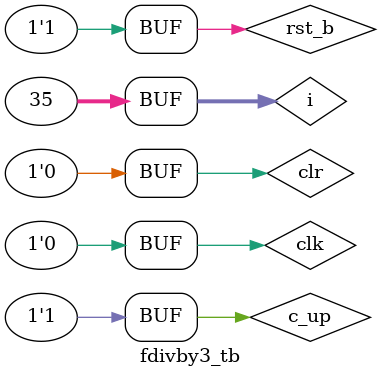
<source format=v>
module fdivby3(
  input clk, rst_b, clr, c_up,
  output fdclk
);

localparam S0 = 0;
localparam S1 = 1;
localparam S2 = 2;

reg [2:0] st;
wire [2:0] st_nxt;

assign st_nxt[S0] = (st[S0] & (~(c_up) |clr)) | (st[S1] & clr) | (st[S2] & (c_up | clr));
assign st_nxt[S1] = (st[S0] & (c_up & ~(clr))) | (st[S1] & (~(c_up) & ~(clr)));
assign st_nxt[S2] = (st[S1] & (c_up & ~(clr))) | (st[S2] & (~(c_up) & ~(clr)));

assign fdclk = st[S0];

always @(posedge clk or negedge rst_b) begin
  if(rst_b == 0) begin
    st <= 0;
    st[S0] <= 1;
  end
  else
    st <= st_nxt;
end

endmodule

module fdivby3_tb;
reg clk, rst_b, clr, c_up;
wire fdclk;

fdivby3 cut(
  .clk(clk),
  .rst_b(rst_b),
  .clr(clr),
  .c_up(c_up),
  .fdclk(fdclk)
);

initial begin
  clk = 0;
  rst_b = 0;
  clr = 0;
  c_up = 1;
end

integer i;
initial begin
  for(i = 1; i <= 34; i = i + 1) begin
    #50; clk = ~clk;
  end
end

initial begin
  #25; rst_b = 1;
end

initial begin
  #400; clr = 1;
  #100; clr = 0;
end

initial begin
  #600; c_up = 0;
  #100; c_up = 1;
  #400; c_up = 0;
  #200; c_up = 1;
end

endmodule
</source>
